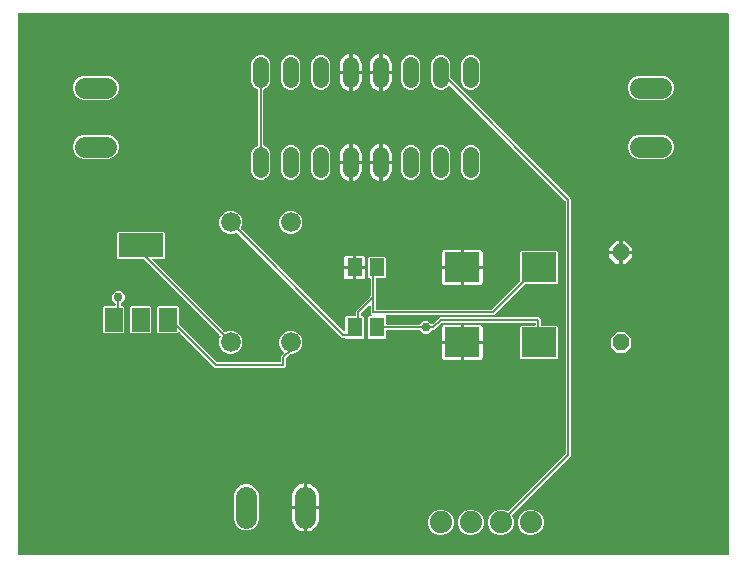
<source format=gbr>
G04 EAGLE Gerber RS-274X export*
G75*
%MOMM*%
%FSLAX34Y34*%
%LPD*%
%INTop Copper*%
%IPPOS*%
%AMOC8*
5,1,8,0,0,1.08239X$1,22.5*%
G01*
%ADD10P,1.539592X8X112.500000*%
%ADD11R,2.900000X2.500000*%
%ADD12C,1.676400*%
%ADD13C,1.320800*%
%ADD14R,1.500000X2.000000*%
%ADD15R,3.800000X2.000000*%
%ADD16C,1.879600*%
%ADD17R,1.300000X1.600000*%
%ADD18R,1.300000X1.500000*%
%ADD19C,1.790700*%
%ADD20C,0.152400*%
%ADD21C,0.756400*%

G36*
X611198Y10164D02*
X611198Y10164D01*
X611217Y10162D01*
X611319Y10184D01*
X611421Y10200D01*
X611438Y10210D01*
X611458Y10214D01*
X611547Y10267D01*
X611638Y10316D01*
X611652Y10330D01*
X611669Y10340D01*
X611736Y10419D01*
X611808Y10494D01*
X611816Y10512D01*
X611829Y10527D01*
X611868Y10623D01*
X611911Y10717D01*
X611913Y10737D01*
X611921Y10755D01*
X611939Y10922D01*
X611939Y468378D01*
X611936Y468398D01*
X611938Y468417D01*
X611916Y468519D01*
X611900Y468621D01*
X611890Y468638D01*
X611886Y468658D01*
X611833Y468747D01*
X611784Y468838D01*
X611770Y468852D01*
X611760Y468869D01*
X611681Y468936D01*
X611606Y469008D01*
X611588Y469016D01*
X611573Y469029D01*
X611477Y469068D01*
X611383Y469111D01*
X611363Y469113D01*
X611345Y469121D01*
X611178Y469139D01*
X10922Y469139D01*
X10902Y469136D01*
X10883Y469138D01*
X10781Y469116D01*
X10679Y469100D01*
X10662Y469090D01*
X10642Y469086D01*
X10553Y469033D01*
X10462Y468984D01*
X10448Y468970D01*
X10431Y468960D01*
X10364Y468881D01*
X10292Y468806D01*
X10284Y468788D01*
X10271Y468773D01*
X10232Y468677D01*
X10189Y468583D01*
X10187Y468563D01*
X10179Y468545D01*
X10161Y468378D01*
X10161Y10922D01*
X10164Y10902D01*
X10162Y10883D01*
X10184Y10781D01*
X10200Y10679D01*
X10210Y10662D01*
X10214Y10642D01*
X10267Y10553D01*
X10316Y10462D01*
X10330Y10448D01*
X10340Y10431D01*
X10419Y10364D01*
X10494Y10292D01*
X10512Y10284D01*
X10527Y10271D01*
X10623Y10232D01*
X10717Y10189D01*
X10737Y10187D01*
X10755Y10179D01*
X10922Y10161D01*
X611178Y10161D01*
X611198Y10164D01*
G37*
%LPC*%
G36*
X436468Y176475D02*
X436468Y176475D01*
X435575Y177368D01*
X435575Y203632D01*
X436468Y204525D01*
X447802Y204525D01*
X447822Y204528D01*
X447841Y204526D01*
X447943Y204548D01*
X448045Y204564D01*
X448062Y204574D01*
X448082Y204578D01*
X448171Y204631D01*
X448262Y204680D01*
X448276Y204694D01*
X448293Y204704D01*
X448360Y204783D01*
X448432Y204858D01*
X448440Y204876D01*
X448453Y204891D01*
X448492Y204987D01*
X448535Y205081D01*
X448537Y205101D01*
X448545Y205119D01*
X448563Y205286D01*
X448563Y206502D01*
X448560Y206522D01*
X448562Y206541D01*
X448540Y206643D01*
X448524Y206745D01*
X448514Y206762D01*
X448510Y206782D01*
X448457Y206871D01*
X448408Y206962D01*
X448394Y206976D01*
X448384Y206993D01*
X448305Y207060D01*
X448230Y207132D01*
X448212Y207140D01*
X448197Y207153D01*
X448101Y207192D01*
X448007Y207235D01*
X447987Y207237D01*
X447969Y207245D01*
X447802Y207263D01*
X369563Y207263D01*
X369472Y207249D01*
X369382Y207241D01*
X369352Y207229D01*
X369320Y207224D01*
X369239Y207181D01*
X369155Y207145D01*
X369123Y207119D01*
X369102Y207108D01*
X369080Y207085D01*
X369024Y207040D01*
X362897Y200913D01*
X361133Y200913D01*
X361043Y200899D01*
X360952Y200891D01*
X360923Y200879D01*
X360891Y200874D01*
X360810Y200831D01*
X360726Y200795D01*
X360694Y200769D01*
X360673Y200758D01*
X360651Y200735D01*
X360595Y200690D01*
X357798Y197893D01*
X353402Y197893D01*
X350605Y200690D01*
X350531Y200743D01*
X350461Y200803D01*
X350431Y200815D01*
X350405Y200834D01*
X350318Y200861D01*
X350233Y200895D01*
X350192Y200899D01*
X350170Y200906D01*
X350138Y200905D01*
X350067Y200913D01*
X323086Y200913D01*
X323066Y200910D01*
X323047Y200912D01*
X322945Y200890D01*
X322843Y200874D01*
X322826Y200864D01*
X322806Y200860D01*
X322717Y200807D01*
X322626Y200758D01*
X322612Y200744D01*
X322595Y200734D01*
X322528Y200655D01*
X322456Y200580D01*
X322448Y200562D01*
X322435Y200547D01*
X322396Y200451D01*
X322353Y200357D01*
X322351Y200337D01*
X322343Y200319D01*
X322325Y200152D01*
X322325Y194568D01*
X321432Y193675D01*
X307168Y193675D01*
X306275Y194568D01*
X306275Y211832D01*
X307168Y212725D01*
X309254Y212725D01*
X309324Y212736D01*
X309396Y212738D01*
X309445Y212756D01*
X309496Y212764D01*
X309560Y212798D01*
X309627Y212823D01*
X309668Y212855D01*
X309714Y212880D01*
X309763Y212932D01*
X309819Y212976D01*
X309847Y213020D01*
X309883Y213058D01*
X309913Y213123D01*
X309952Y213183D01*
X309965Y213234D01*
X309987Y213281D01*
X309995Y213352D01*
X310012Y213422D01*
X310008Y213474D01*
X310014Y213525D01*
X309999Y213596D01*
X309993Y213667D01*
X309973Y213715D01*
X309962Y213766D01*
X309925Y213827D01*
X309897Y213893D01*
X309852Y213949D01*
X309835Y213977D01*
X309818Y213992D01*
X309792Y214024D01*
X308863Y214953D01*
X308863Y221242D01*
X308852Y221312D01*
X308850Y221384D01*
X308832Y221433D01*
X308824Y221484D01*
X308790Y221548D01*
X308765Y221615D01*
X308733Y221656D01*
X308708Y221702D01*
X308656Y221751D01*
X308612Y221807D01*
X308568Y221835D01*
X308530Y221871D01*
X308465Y221901D01*
X308405Y221940D01*
X308354Y221953D01*
X308307Y221975D01*
X308236Y221983D01*
X308166Y222000D01*
X308114Y221996D01*
X308063Y222002D01*
X307992Y221987D01*
X307921Y221981D01*
X307873Y221961D01*
X307822Y221950D01*
X307761Y221913D01*
X307695Y221885D01*
X307639Y221840D01*
X307611Y221823D01*
X307596Y221806D01*
X307564Y221780D01*
X300960Y215176D01*
X300907Y215102D01*
X300847Y215032D01*
X300835Y215002D01*
X300816Y214976D01*
X300789Y214889D01*
X300755Y214804D01*
X300751Y214763D01*
X300744Y214741D01*
X300745Y214709D01*
X300737Y214637D01*
X300737Y213486D01*
X300740Y213466D01*
X300738Y213447D01*
X300760Y213345D01*
X300776Y213243D01*
X300786Y213226D01*
X300790Y213206D01*
X300843Y213117D01*
X300892Y213026D01*
X300906Y213012D01*
X300916Y212995D01*
X300995Y212928D01*
X301070Y212856D01*
X301088Y212848D01*
X301103Y212835D01*
X301199Y212796D01*
X301293Y212753D01*
X301313Y212751D01*
X301331Y212743D01*
X301498Y212725D01*
X302432Y212725D01*
X303325Y211832D01*
X303325Y194568D01*
X302432Y193675D01*
X288168Y193675D01*
X287503Y194340D01*
X287429Y194393D01*
X287360Y194453D01*
X287330Y194465D01*
X287304Y194484D01*
X287217Y194511D01*
X287132Y194545D01*
X287091Y194549D01*
X287069Y194556D01*
X287036Y194555D01*
X286965Y194563D01*
X284803Y194563D01*
X283240Y196126D01*
X196155Y283211D01*
X196061Y283278D01*
X195967Y283349D01*
X195961Y283351D01*
X195955Y283354D01*
X195845Y283389D01*
X195733Y283425D01*
X195726Y283425D01*
X195720Y283427D01*
X195604Y283424D01*
X195487Y283423D01*
X195480Y283421D01*
X195475Y283420D01*
X195457Y283414D01*
X195326Y283376D01*
X192471Y282193D01*
X188529Y282193D01*
X184888Y283701D01*
X182101Y286488D01*
X180593Y290129D01*
X180593Y294071D01*
X182101Y297712D01*
X184888Y300499D01*
X188529Y302007D01*
X192471Y302007D01*
X196112Y300499D01*
X198899Y297712D01*
X200407Y294071D01*
X200407Y290129D01*
X199224Y287274D01*
X199197Y287161D01*
X199169Y287047D01*
X199169Y287041D01*
X199168Y287035D01*
X199179Y286918D01*
X199188Y286802D01*
X199190Y286796D01*
X199191Y286790D01*
X199239Y286682D01*
X199284Y286576D01*
X199289Y286570D01*
X199291Y286565D01*
X199304Y286552D01*
X199389Y286445D01*
X285976Y199858D01*
X286034Y199816D01*
X286086Y199767D01*
X286133Y199745D01*
X286175Y199715D01*
X286244Y199694D01*
X286309Y199663D01*
X286361Y199658D01*
X286411Y199642D01*
X286482Y199644D01*
X286553Y199636D01*
X286604Y199647D01*
X286656Y199649D01*
X286724Y199673D01*
X286794Y199688D01*
X286838Y199715D01*
X286887Y199733D01*
X286943Y199778D01*
X287005Y199815D01*
X287039Y199854D01*
X287079Y199887D01*
X287118Y199947D01*
X287165Y200002D01*
X287184Y200050D01*
X287212Y200094D01*
X287230Y200163D01*
X287257Y200230D01*
X287265Y200301D01*
X287273Y200332D01*
X287271Y200356D01*
X287275Y200396D01*
X287275Y211832D01*
X288168Y212725D01*
X295402Y212725D01*
X295422Y212728D01*
X295441Y212726D01*
X295543Y212748D01*
X295645Y212764D01*
X295662Y212774D01*
X295682Y212778D01*
X295771Y212831D01*
X295862Y212880D01*
X295876Y212894D01*
X295893Y212904D01*
X295960Y212983D01*
X296032Y213058D01*
X296040Y213076D01*
X296053Y213091D01*
X296092Y213187D01*
X296135Y213281D01*
X296137Y213301D01*
X296145Y213319D01*
X296163Y213486D01*
X296163Y216847D01*
X308640Y229324D01*
X308693Y229398D01*
X308753Y229468D01*
X308765Y229498D01*
X308784Y229524D01*
X308811Y229611D01*
X308845Y229696D01*
X308849Y229737D01*
X308856Y229759D01*
X308855Y229791D01*
X308863Y229863D01*
X308863Y244214D01*
X308860Y244234D01*
X308862Y244253D01*
X308840Y244355D01*
X308824Y244457D01*
X308814Y244474D01*
X308810Y244494D01*
X308757Y244583D01*
X308708Y244674D01*
X308694Y244688D01*
X308684Y244705D01*
X308605Y244772D01*
X308530Y244844D01*
X308512Y244852D01*
X308497Y244865D01*
X308401Y244904D01*
X308307Y244947D01*
X308287Y244949D01*
X308269Y244957D01*
X308102Y244975D01*
X307168Y244975D01*
X306275Y245868D01*
X306275Y262132D01*
X307168Y263025D01*
X321432Y263025D01*
X322325Y262132D01*
X322325Y245868D01*
X321432Y244975D01*
X314198Y244975D01*
X314178Y244972D01*
X314159Y244974D01*
X314057Y244952D01*
X313955Y244936D01*
X313938Y244926D01*
X313918Y244922D01*
X313829Y244869D01*
X313738Y244820D01*
X313724Y244806D01*
X313707Y244796D01*
X313640Y244717D01*
X313568Y244642D01*
X313560Y244624D01*
X313547Y244609D01*
X313508Y244513D01*
X313465Y244419D01*
X313463Y244399D01*
X313455Y244381D01*
X313437Y244214D01*
X313437Y218948D01*
X313440Y218928D01*
X313438Y218909D01*
X313460Y218807D01*
X313476Y218705D01*
X313486Y218688D01*
X313490Y218668D01*
X313543Y218579D01*
X313592Y218488D01*
X313606Y218474D01*
X313616Y218457D01*
X313695Y218390D01*
X313770Y218318D01*
X313788Y218310D01*
X313803Y218297D01*
X313899Y218258D01*
X313993Y218215D01*
X314013Y218213D01*
X314031Y218205D01*
X314198Y218187D01*
X411487Y218187D01*
X411578Y218201D01*
X411668Y218209D01*
X411698Y218221D01*
X411730Y218226D01*
X411811Y218269D01*
X411895Y218305D01*
X411927Y218331D01*
X411948Y218342D01*
X411970Y218365D01*
X412026Y218410D01*
X435352Y241736D01*
X435405Y241810D01*
X435465Y241880D01*
X435477Y241910D01*
X435496Y241936D01*
X435523Y242023D01*
X435557Y242108D01*
X435561Y242149D01*
X435568Y242171D01*
X435567Y242203D01*
X435575Y242275D01*
X435575Y267132D01*
X436468Y268025D01*
X466732Y268025D01*
X467625Y267132D01*
X467625Y240868D01*
X466732Y239975D01*
X440375Y239975D01*
X440284Y239961D01*
X440194Y239953D01*
X440164Y239941D01*
X440132Y239936D01*
X440051Y239893D01*
X439967Y239857D01*
X439935Y239831D01*
X439914Y239820D01*
X439892Y239797D01*
X439836Y239752D01*
X413697Y213613D01*
X322381Y213613D01*
X322310Y213602D01*
X322238Y213600D01*
X322189Y213582D01*
X322138Y213574D01*
X322075Y213540D01*
X322007Y213515D01*
X321967Y213483D01*
X321921Y213458D01*
X321871Y213406D01*
X321815Y213362D01*
X321787Y213318D01*
X321751Y213280D01*
X321721Y213215D01*
X321682Y213155D01*
X321670Y213104D01*
X321648Y213057D01*
X321640Y212986D01*
X321622Y212916D01*
X321626Y212864D01*
X321621Y212813D01*
X321636Y212742D01*
X321641Y212671D01*
X321662Y212623D01*
X321673Y212572D01*
X321710Y212511D01*
X321738Y212445D01*
X321783Y212389D01*
X321799Y212361D01*
X321817Y212346D01*
X321843Y212314D01*
X322325Y211832D01*
X322325Y206248D01*
X322328Y206228D01*
X322326Y206209D01*
X322348Y206107D01*
X322364Y206005D01*
X322374Y205988D01*
X322378Y205968D01*
X322431Y205879D01*
X322480Y205788D01*
X322494Y205774D01*
X322504Y205757D01*
X322583Y205690D01*
X322658Y205618D01*
X322676Y205610D01*
X322691Y205597D01*
X322787Y205558D01*
X322881Y205515D01*
X322901Y205513D01*
X322919Y205505D01*
X323086Y205487D01*
X350067Y205487D01*
X350157Y205501D01*
X350248Y205509D01*
X350277Y205521D01*
X350309Y205526D01*
X350390Y205569D01*
X350474Y205605D01*
X350506Y205631D01*
X350527Y205642D01*
X350549Y205665D01*
X350605Y205710D01*
X353402Y208507D01*
X357798Y208507D01*
X360372Y205933D01*
X360388Y205921D01*
X360401Y205905D01*
X360488Y205849D01*
X360572Y205789D01*
X360591Y205783D01*
X360608Y205772D01*
X360708Y205747D01*
X360807Y205717D01*
X360827Y205717D01*
X360846Y205712D01*
X360949Y205720D01*
X361053Y205723D01*
X361072Y205730D01*
X361091Y205732D01*
X361186Y205772D01*
X361284Y205808D01*
X361300Y205820D01*
X361318Y205828D01*
X361449Y205933D01*
X367353Y211837D01*
X451797Y211837D01*
X453137Y210497D01*
X453137Y205286D01*
X453140Y205266D01*
X453138Y205247D01*
X453160Y205145D01*
X453176Y205043D01*
X453186Y205026D01*
X453190Y205006D01*
X453243Y204917D01*
X453292Y204826D01*
X453306Y204812D01*
X453316Y204795D01*
X453395Y204728D01*
X453470Y204656D01*
X453488Y204648D01*
X453503Y204635D01*
X453599Y204596D01*
X453693Y204553D01*
X453713Y204551D01*
X453731Y204543D01*
X453898Y204525D01*
X466732Y204525D01*
X467625Y203632D01*
X467625Y177368D01*
X466732Y176475D01*
X436468Y176475D01*
G37*
%LPD*%
%LPC*%
G36*
X416927Y27177D02*
X416927Y27177D01*
X412913Y28840D01*
X409840Y31913D01*
X408177Y35927D01*
X408177Y40273D01*
X409840Y44287D01*
X412913Y47360D01*
X416927Y49023D01*
X421273Y49023D01*
X424703Y47602D01*
X424817Y47575D01*
X424930Y47547D01*
X424937Y47547D01*
X424943Y47546D01*
X425059Y47557D01*
X425176Y47566D01*
X425181Y47568D01*
X425188Y47569D01*
X425295Y47617D01*
X425402Y47662D01*
X425408Y47667D01*
X425412Y47669D01*
X425426Y47681D01*
X425533Y47767D01*
X473740Y95974D01*
X473793Y96048D01*
X473853Y96118D01*
X473865Y96148D01*
X473884Y96174D01*
X473911Y96261D01*
X473945Y96346D01*
X473949Y96387D01*
X473956Y96409D01*
X473955Y96441D01*
X473963Y96513D01*
X473963Y309887D01*
X473949Y309978D01*
X473941Y310068D01*
X473929Y310098D01*
X473924Y310130D01*
X473881Y310211D01*
X473845Y310295D01*
X473819Y310327D01*
X473808Y310348D01*
X473785Y310370D01*
X473740Y310426D01*
X376271Y407895D01*
X376255Y407907D01*
X376243Y407922D01*
X376155Y407978D01*
X376071Y408038D01*
X376053Y408044D01*
X376036Y408055D01*
X375935Y408080D01*
X375836Y408111D01*
X375816Y408110D01*
X375797Y408115D01*
X375694Y408107D01*
X375590Y408104D01*
X375572Y408098D01*
X375552Y408096D01*
X375457Y408056D01*
X375359Y408020D01*
X375344Y408007D01*
X375326Y408000D01*
X375195Y407895D01*
X372905Y405605D01*
X369917Y404367D01*
X366683Y404367D01*
X363695Y405605D01*
X361409Y407891D01*
X360171Y410879D01*
X360171Y427321D01*
X361409Y430309D01*
X363695Y432595D01*
X366683Y433833D01*
X369917Y433833D01*
X372905Y432595D01*
X375191Y430309D01*
X376429Y427321D01*
X376429Y414521D01*
X376443Y414430D01*
X376451Y414340D01*
X376463Y414310D01*
X376468Y414278D01*
X376511Y414197D01*
X376547Y414113D01*
X376573Y414081D01*
X376584Y414060D01*
X376607Y414038D01*
X376652Y413982D01*
X478537Y312097D01*
X478537Y94303D01*
X428767Y44533D01*
X428699Y44439D01*
X428629Y44344D01*
X428627Y44338D01*
X428623Y44333D01*
X428589Y44222D01*
X428553Y44110D01*
X428553Y44104D01*
X428551Y44098D01*
X428554Y43981D01*
X428555Y43864D01*
X428557Y43857D01*
X428557Y43852D01*
X428564Y43835D01*
X428602Y43703D01*
X430023Y40273D01*
X430023Y35927D01*
X428360Y31913D01*
X425287Y28840D01*
X421273Y27177D01*
X416927Y27177D01*
G37*
%LPD*%
%LPC*%
G36*
X188529Y180593D02*
X188529Y180593D01*
X184888Y182101D01*
X182101Y184888D01*
X180593Y188529D01*
X180593Y192471D01*
X181776Y195326D01*
X181803Y195439D01*
X181831Y195553D01*
X181831Y195559D01*
X181832Y195565D01*
X181821Y195682D01*
X181812Y195798D01*
X181810Y195804D01*
X181809Y195810D01*
X181761Y195918D01*
X181716Y196024D01*
X181711Y196030D01*
X181709Y196035D01*
X181696Y196048D01*
X181611Y196155D01*
X116714Y261052D01*
X116640Y261105D01*
X116570Y261165D01*
X116540Y261177D01*
X116514Y261196D01*
X116427Y261223D01*
X116342Y261257D01*
X116301Y261261D01*
X116279Y261268D01*
X116247Y261267D01*
X116175Y261275D01*
X94668Y261275D01*
X93775Y262168D01*
X93775Y283432D01*
X94668Y284325D01*
X133932Y284325D01*
X134825Y283432D01*
X134825Y262168D01*
X133932Y261275D01*
X124796Y261275D01*
X124726Y261264D01*
X124654Y261262D01*
X124605Y261244D01*
X124554Y261236D01*
X124490Y261202D01*
X124423Y261177D01*
X124382Y261145D01*
X124336Y261120D01*
X124287Y261069D01*
X124231Y261024D01*
X124203Y260980D01*
X124167Y260942D01*
X124137Y260877D01*
X124098Y260817D01*
X124085Y260766D01*
X124063Y260719D01*
X124055Y260648D01*
X124038Y260578D01*
X124042Y260526D01*
X124036Y260475D01*
X124051Y260404D01*
X124057Y260333D01*
X124077Y260285D01*
X124088Y260234D01*
X124125Y260173D01*
X124153Y260107D01*
X124198Y260051D01*
X124215Y260023D01*
X124232Y260008D01*
X124258Y259976D01*
X184845Y199389D01*
X184939Y199322D01*
X185033Y199251D01*
X185039Y199249D01*
X185045Y199246D01*
X185155Y199211D01*
X185267Y199175D01*
X185274Y199175D01*
X185280Y199173D01*
X185396Y199176D01*
X185513Y199177D01*
X185520Y199179D01*
X185525Y199180D01*
X185543Y199186D01*
X185674Y199224D01*
X188529Y200407D01*
X192471Y200407D01*
X196112Y198899D01*
X198899Y196112D01*
X200407Y192471D01*
X200407Y188529D01*
X198899Y184888D01*
X196112Y182101D01*
X192471Y180593D01*
X188529Y180593D01*
G37*
%LPD*%
%LPC*%
G36*
X176853Y169163D02*
X176853Y169163D01*
X175290Y170726D01*
X147124Y198892D01*
X147108Y198903D01*
X147096Y198919D01*
X147008Y198975D01*
X146925Y199035D01*
X146906Y199041D01*
X146889Y199052D01*
X146788Y199077D01*
X146690Y199108D01*
X146670Y199107D01*
X146650Y199112D01*
X146547Y199104D01*
X146444Y199101D01*
X146425Y199094D01*
X146405Y199093D01*
X146310Y199052D01*
X146213Y199017D01*
X146197Y199004D01*
X146179Y198996D01*
X146048Y198892D01*
X145432Y198275D01*
X129168Y198275D01*
X128275Y199168D01*
X128275Y220432D01*
X129168Y221325D01*
X145432Y221325D01*
X146325Y220432D01*
X146325Y206474D01*
X146339Y206384D01*
X146347Y206293D01*
X146359Y206264D01*
X146364Y206232D01*
X146407Y206151D01*
X146443Y206067D01*
X146469Y206035D01*
X146480Y206014D01*
X146503Y205992D01*
X146548Y205936D01*
X178524Y173960D01*
X178598Y173907D01*
X178668Y173847D01*
X178698Y173835D01*
X178724Y173816D01*
X178811Y173789D01*
X178896Y173755D01*
X178937Y173751D01*
X178959Y173744D01*
X178991Y173745D01*
X179062Y173737D01*
X231902Y173737D01*
X231922Y173740D01*
X231941Y173738D01*
X232043Y173760D01*
X232145Y173776D01*
X232162Y173786D01*
X232182Y173790D01*
X232271Y173843D01*
X232362Y173892D01*
X232376Y173906D01*
X232393Y173916D01*
X232460Y173995D01*
X232532Y174070D01*
X232540Y174088D01*
X232553Y174103D01*
X232592Y174199D01*
X232635Y174293D01*
X232637Y174313D01*
X232645Y174331D01*
X232663Y174498D01*
X232663Y178747D01*
X235315Y181399D01*
X235326Y181415D01*
X235342Y181427D01*
X235398Y181514D01*
X235458Y181598D01*
X235464Y181617D01*
X235475Y181634D01*
X235500Y181735D01*
X235531Y181833D01*
X235530Y181853D01*
X235535Y181873D01*
X235527Y181976D01*
X235524Y182079D01*
X235517Y182098D01*
X235516Y182118D01*
X235475Y182213D01*
X235440Y182310D01*
X235427Y182326D01*
X235419Y182344D01*
X235315Y182475D01*
X232901Y184888D01*
X231393Y188529D01*
X231393Y192471D01*
X232901Y196112D01*
X235688Y198899D01*
X239329Y200407D01*
X243271Y200407D01*
X246912Y198899D01*
X249699Y196112D01*
X251207Y192471D01*
X251207Y188529D01*
X249699Y184888D01*
X246912Y182101D01*
X243271Y180593D01*
X241292Y180593D01*
X241202Y180579D01*
X241111Y180571D01*
X241082Y180559D01*
X241050Y180554D01*
X240969Y180511D01*
X240885Y180475D01*
X240853Y180449D01*
X240832Y180438D01*
X240810Y180415D01*
X240754Y180370D01*
X237460Y177076D01*
X237407Y177002D01*
X237347Y176932D01*
X237335Y176902D01*
X237316Y176876D01*
X237289Y176789D01*
X237255Y176704D01*
X237251Y176663D01*
X237244Y176641D01*
X237245Y176609D01*
X237237Y176537D01*
X237237Y170503D01*
X235897Y169163D01*
X176853Y169163D01*
G37*
%LPD*%
%LPC*%
G36*
X214283Y328167D02*
X214283Y328167D01*
X211295Y329405D01*
X209009Y331691D01*
X207771Y334679D01*
X207771Y351121D01*
X209009Y354109D01*
X211295Y356395D01*
X213143Y357161D01*
X213243Y357223D01*
X213343Y357282D01*
X213347Y357287D01*
X213352Y357290D01*
X213427Y357381D01*
X213503Y357469D01*
X213505Y357475D01*
X213509Y357480D01*
X213551Y357588D01*
X213595Y357697D01*
X213596Y357705D01*
X213597Y357709D01*
X213598Y357728D01*
X213613Y357864D01*
X213613Y404136D01*
X213594Y404251D01*
X213577Y404367D01*
X213575Y404373D01*
X213574Y404379D01*
X213519Y404481D01*
X213466Y404586D01*
X213461Y404591D01*
X213458Y404596D01*
X213374Y404676D01*
X213290Y404759D01*
X213284Y404762D01*
X213280Y404766D01*
X213263Y404773D01*
X213143Y404839D01*
X211295Y405605D01*
X209009Y407891D01*
X207771Y410879D01*
X207771Y427321D01*
X209009Y430309D01*
X211295Y432595D01*
X214283Y433833D01*
X217517Y433833D01*
X220505Y432595D01*
X222791Y430309D01*
X224029Y427321D01*
X224029Y410879D01*
X222791Y407891D01*
X220505Y405605D01*
X218657Y404839D01*
X218557Y404777D01*
X218457Y404718D01*
X218453Y404713D01*
X218448Y404710D01*
X218373Y404619D01*
X218297Y404531D01*
X218295Y404525D01*
X218291Y404520D01*
X218249Y404412D01*
X218205Y404303D01*
X218204Y404295D01*
X218203Y404291D01*
X218202Y404272D01*
X218187Y404136D01*
X218187Y357864D01*
X218206Y357749D01*
X218223Y357633D01*
X218225Y357627D01*
X218226Y357621D01*
X218281Y357518D01*
X218334Y357414D01*
X218339Y357409D01*
X218342Y357404D01*
X218426Y357324D01*
X218510Y357241D01*
X218516Y357238D01*
X218520Y357234D01*
X218537Y357227D01*
X218657Y357161D01*
X220505Y356395D01*
X222791Y354109D01*
X224029Y351121D01*
X224029Y334679D01*
X222791Y331691D01*
X220505Y329405D01*
X217517Y328167D01*
X214283Y328167D01*
G37*
%LPD*%
%LPC*%
G36*
X65162Y395522D02*
X65162Y395522D01*
X61311Y397117D01*
X58363Y400065D01*
X56768Y403916D01*
X56768Y408084D01*
X58363Y411935D01*
X61311Y414883D01*
X65162Y416478D01*
X87238Y416478D01*
X91089Y414883D01*
X94037Y411935D01*
X95632Y408084D01*
X95632Y403916D01*
X94037Y400065D01*
X91089Y397117D01*
X87238Y395522D01*
X65162Y395522D01*
G37*
%LPD*%
%LPC*%
G36*
X535062Y395522D02*
X535062Y395522D01*
X531211Y397117D01*
X528263Y400065D01*
X526668Y403916D01*
X526668Y408084D01*
X528263Y411935D01*
X531211Y414883D01*
X535062Y416478D01*
X557138Y416478D01*
X560989Y414883D01*
X563937Y411935D01*
X565532Y408084D01*
X565532Y403916D01*
X563937Y400065D01*
X560989Y397117D01*
X557138Y395522D01*
X535062Y395522D01*
G37*
%LPD*%
%LPC*%
G36*
X535062Y345522D02*
X535062Y345522D01*
X531211Y347117D01*
X528263Y350065D01*
X526668Y353916D01*
X526668Y358084D01*
X528263Y361935D01*
X531211Y364883D01*
X535062Y366478D01*
X557138Y366478D01*
X560989Y364883D01*
X563937Y361935D01*
X565532Y358084D01*
X565532Y353916D01*
X563937Y350065D01*
X560989Y347117D01*
X557138Y345522D01*
X535062Y345522D01*
G37*
%LPD*%
%LPC*%
G36*
X65162Y345522D02*
X65162Y345522D01*
X61311Y347117D01*
X58363Y350065D01*
X56768Y353916D01*
X56768Y358084D01*
X58363Y361935D01*
X61311Y364883D01*
X65162Y366478D01*
X87238Y366478D01*
X91089Y364883D01*
X94037Y361935D01*
X95632Y358084D01*
X95632Y353916D01*
X94037Y350065D01*
X91089Y347117D01*
X87238Y345522D01*
X65162Y345522D01*
G37*
%LPD*%
%LPC*%
G36*
X201516Y31368D02*
X201516Y31368D01*
X197665Y32963D01*
X194717Y35911D01*
X193122Y39762D01*
X193122Y61838D01*
X194717Y65689D01*
X197665Y68637D01*
X201516Y70232D01*
X205684Y70232D01*
X209535Y68637D01*
X212483Y65689D01*
X214078Y61838D01*
X214078Y39762D01*
X212483Y35911D01*
X209535Y32963D01*
X205684Y31368D01*
X201516Y31368D01*
G37*
%LPD*%
%LPC*%
G36*
X83168Y198275D02*
X83168Y198275D01*
X82275Y199168D01*
X82275Y220432D01*
X83168Y221325D01*
X92202Y221325D01*
X92222Y221328D01*
X92241Y221326D01*
X92343Y221348D01*
X92445Y221364D01*
X92462Y221374D01*
X92482Y221378D01*
X92571Y221431D01*
X92662Y221480D01*
X92676Y221494D01*
X92693Y221504D01*
X92760Y221583D01*
X92832Y221658D01*
X92840Y221676D01*
X92853Y221691D01*
X92892Y221787D01*
X92935Y221881D01*
X92937Y221901D01*
X92945Y221919D01*
X92963Y222086D01*
X92963Y223067D01*
X92949Y223157D01*
X92941Y223248D01*
X92929Y223277D01*
X92924Y223309D01*
X92881Y223390D01*
X92845Y223474D01*
X92819Y223506D01*
X92808Y223527D01*
X92785Y223549D01*
X92740Y223605D01*
X89943Y226402D01*
X89943Y230798D01*
X93052Y233907D01*
X97448Y233907D01*
X100557Y230798D01*
X100557Y226402D01*
X97760Y223605D01*
X97707Y223531D01*
X97647Y223461D01*
X97635Y223431D01*
X97616Y223405D01*
X97589Y223318D01*
X97555Y223233D01*
X97551Y223192D01*
X97544Y223170D01*
X97545Y223138D01*
X97537Y223067D01*
X97537Y222086D01*
X97540Y222066D01*
X97538Y222047D01*
X97560Y221945D01*
X97576Y221843D01*
X97586Y221826D01*
X97590Y221806D01*
X97643Y221717D01*
X97692Y221626D01*
X97706Y221612D01*
X97716Y221595D01*
X97795Y221528D01*
X97870Y221456D01*
X97888Y221448D01*
X97903Y221435D01*
X97999Y221396D01*
X98093Y221353D01*
X98113Y221351D01*
X98131Y221343D01*
X98298Y221325D01*
X99432Y221325D01*
X100325Y220432D01*
X100325Y199168D01*
X99432Y198275D01*
X83168Y198275D01*
G37*
%LPD*%
%LPC*%
G36*
X341283Y328167D02*
X341283Y328167D01*
X338295Y329405D01*
X336009Y331691D01*
X334771Y334679D01*
X334771Y351121D01*
X336009Y354109D01*
X338295Y356395D01*
X341283Y357633D01*
X344517Y357633D01*
X347505Y356395D01*
X349791Y354109D01*
X351029Y351121D01*
X351029Y334679D01*
X349791Y331691D01*
X347505Y329405D01*
X344517Y328167D01*
X341283Y328167D01*
G37*
%LPD*%
%LPC*%
G36*
X265083Y328167D02*
X265083Y328167D01*
X262095Y329405D01*
X259809Y331691D01*
X258571Y334679D01*
X258571Y351121D01*
X259809Y354109D01*
X262095Y356395D01*
X265083Y357633D01*
X268317Y357633D01*
X271305Y356395D01*
X273591Y354109D01*
X274829Y351121D01*
X274829Y334679D01*
X273591Y331691D01*
X271305Y329405D01*
X268317Y328167D01*
X265083Y328167D01*
G37*
%LPD*%
%LPC*%
G36*
X239683Y328167D02*
X239683Y328167D01*
X236695Y329405D01*
X234409Y331691D01*
X233171Y334679D01*
X233171Y351121D01*
X234409Y354109D01*
X236695Y356395D01*
X239683Y357633D01*
X242917Y357633D01*
X245905Y356395D01*
X248191Y354109D01*
X249429Y351121D01*
X249429Y334679D01*
X248191Y331691D01*
X245905Y329405D01*
X242917Y328167D01*
X239683Y328167D01*
G37*
%LPD*%
%LPC*%
G36*
X392083Y328167D02*
X392083Y328167D01*
X389095Y329405D01*
X386809Y331691D01*
X385571Y334679D01*
X385571Y351121D01*
X386809Y354109D01*
X389095Y356395D01*
X392083Y357633D01*
X395317Y357633D01*
X398305Y356395D01*
X400591Y354109D01*
X401829Y351121D01*
X401829Y334679D01*
X400591Y331691D01*
X398305Y329405D01*
X395317Y328167D01*
X392083Y328167D01*
G37*
%LPD*%
%LPC*%
G36*
X341283Y404367D02*
X341283Y404367D01*
X338295Y405605D01*
X336009Y407891D01*
X334771Y410879D01*
X334771Y427321D01*
X336009Y430309D01*
X338295Y432595D01*
X341283Y433833D01*
X344517Y433833D01*
X347505Y432595D01*
X349791Y430309D01*
X351029Y427321D01*
X351029Y410879D01*
X349791Y407891D01*
X347505Y405605D01*
X344517Y404367D01*
X341283Y404367D01*
G37*
%LPD*%
%LPC*%
G36*
X392083Y404367D02*
X392083Y404367D01*
X389095Y405605D01*
X386809Y407891D01*
X385571Y410879D01*
X385571Y427321D01*
X386809Y430309D01*
X389095Y432595D01*
X392083Y433833D01*
X395317Y433833D01*
X398305Y432595D01*
X400591Y430309D01*
X401829Y427321D01*
X401829Y410879D01*
X400591Y407891D01*
X398305Y405605D01*
X395317Y404367D01*
X392083Y404367D01*
G37*
%LPD*%
%LPC*%
G36*
X239683Y404367D02*
X239683Y404367D01*
X236695Y405605D01*
X234409Y407891D01*
X233171Y410879D01*
X233171Y427321D01*
X234409Y430309D01*
X236695Y432595D01*
X239683Y433833D01*
X242917Y433833D01*
X245905Y432595D01*
X248191Y430309D01*
X249429Y427321D01*
X249429Y410879D01*
X248191Y407891D01*
X245905Y405605D01*
X242917Y404367D01*
X239683Y404367D01*
G37*
%LPD*%
%LPC*%
G36*
X366683Y328167D02*
X366683Y328167D01*
X363695Y329405D01*
X361409Y331691D01*
X360171Y334679D01*
X360171Y351121D01*
X361409Y354109D01*
X363695Y356395D01*
X366683Y357633D01*
X369917Y357633D01*
X372905Y356395D01*
X375191Y354109D01*
X376429Y351121D01*
X376429Y334679D01*
X375191Y331691D01*
X372905Y329405D01*
X369917Y328167D01*
X366683Y328167D01*
G37*
%LPD*%
%LPC*%
G36*
X265083Y404367D02*
X265083Y404367D01*
X262095Y405605D01*
X259809Y407891D01*
X258571Y410879D01*
X258571Y427321D01*
X259809Y430309D01*
X262095Y432595D01*
X265083Y433833D01*
X268317Y433833D01*
X271305Y432595D01*
X273591Y430309D01*
X274829Y427321D01*
X274829Y410879D01*
X273591Y407891D01*
X271305Y405605D01*
X268317Y404367D01*
X265083Y404367D01*
G37*
%LPD*%
%LPC*%
G36*
X106168Y198275D02*
X106168Y198275D01*
X105275Y199168D01*
X105275Y220432D01*
X106168Y221325D01*
X122432Y221325D01*
X123325Y220432D01*
X123325Y199168D01*
X122432Y198275D01*
X106168Y198275D01*
G37*
%LPD*%
%LPC*%
G36*
X391527Y27177D02*
X391527Y27177D01*
X387513Y28840D01*
X384440Y31913D01*
X382777Y35927D01*
X382777Y40273D01*
X384440Y44287D01*
X387513Y47360D01*
X391527Y49023D01*
X395873Y49023D01*
X399887Y47360D01*
X402960Y44287D01*
X404623Y40273D01*
X404623Y35927D01*
X402960Y31913D01*
X399887Y28840D01*
X395873Y27177D01*
X391527Y27177D01*
G37*
%LPD*%
%LPC*%
G36*
X442327Y27177D02*
X442327Y27177D01*
X438313Y28840D01*
X435240Y31913D01*
X433577Y35927D01*
X433577Y40273D01*
X435240Y44287D01*
X438313Y47360D01*
X442327Y49023D01*
X446673Y49023D01*
X450687Y47360D01*
X453760Y44287D01*
X455423Y40273D01*
X455423Y35927D01*
X453760Y31913D01*
X450687Y28840D01*
X446673Y27177D01*
X442327Y27177D01*
G37*
%LPD*%
%LPC*%
G36*
X366127Y27177D02*
X366127Y27177D01*
X362113Y28840D01*
X359040Y31913D01*
X357377Y35927D01*
X357377Y40273D01*
X359040Y44287D01*
X362113Y47360D01*
X366127Y49023D01*
X370473Y49023D01*
X374487Y47360D01*
X377560Y44287D01*
X379223Y40273D01*
X379223Y35927D01*
X377560Y31913D01*
X374487Y28840D01*
X370473Y27177D01*
X366127Y27177D01*
G37*
%LPD*%
%LPC*%
G36*
X239329Y282193D02*
X239329Y282193D01*
X235688Y283701D01*
X232901Y286488D01*
X231393Y290129D01*
X231393Y294071D01*
X232901Y297712D01*
X235688Y300499D01*
X239329Y302007D01*
X243271Y302007D01*
X246912Y300499D01*
X249699Y297712D01*
X251207Y294071D01*
X251207Y290129D01*
X249699Y286488D01*
X246912Y283701D01*
X243271Y282193D01*
X239329Y282193D01*
G37*
%LPD*%
%LPC*%
G36*
X517123Y181863D02*
X517123Y181863D01*
X512063Y186923D01*
X512063Y194077D01*
X517123Y199137D01*
X524277Y199137D01*
X529337Y194077D01*
X529337Y186923D01*
X524277Y181863D01*
X517123Y181863D01*
G37*
%LPD*%
%LPC*%
G36*
X388123Y255523D02*
X388123Y255523D01*
X388123Y269041D01*
X401434Y269041D01*
X402081Y268868D01*
X402660Y268533D01*
X403133Y268060D01*
X403468Y267481D01*
X403641Y266834D01*
X403641Y255523D01*
X388123Y255523D01*
G37*
%LPD*%
%LPC*%
G36*
X388123Y192023D02*
X388123Y192023D01*
X388123Y205541D01*
X401434Y205541D01*
X402081Y205368D01*
X402660Y205033D01*
X403133Y204560D01*
X403468Y203981D01*
X403641Y203334D01*
X403641Y192023D01*
X388123Y192023D01*
G37*
%LPD*%
%LPC*%
G36*
X369559Y255523D02*
X369559Y255523D01*
X369559Y266834D01*
X369732Y267481D01*
X370067Y268060D01*
X370540Y268533D01*
X371119Y268868D01*
X371766Y269041D01*
X385077Y269041D01*
X385077Y255523D01*
X369559Y255523D01*
G37*
%LPD*%
%LPC*%
G36*
X369559Y192023D02*
X369559Y192023D01*
X369559Y203334D01*
X369732Y203981D01*
X370067Y204560D01*
X370540Y205033D01*
X371119Y205368D01*
X371766Y205541D01*
X385077Y205541D01*
X385077Y192023D01*
X369559Y192023D01*
G37*
%LPD*%
%LPC*%
G36*
X388123Y238959D02*
X388123Y238959D01*
X388123Y252477D01*
X403641Y252477D01*
X403641Y241166D01*
X403468Y240519D01*
X403133Y239940D01*
X402660Y239467D01*
X402081Y239132D01*
X401434Y238959D01*
X388123Y238959D01*
G37*
%LPD*%
%LPC*%
G36*
X388123Y175459D02*
X388123Y175459D01*
X388123Y188977D01*
X403641Y188977D01*
X403641Y177666D01*
X403468Y177019D01*
X403133Y176440D01*
X402660Y175967D01*
X402081Y175632D01*
X401434Y175459D01*
X388123Y175459D01*
G37*
%LPD*%
%LPC*%
G36*
X371766Y175459D02*
X371766Y175459D01*
X371119Y175632D01*
X370540Y175967D01*
X370067Y176440D01*
X369732Y177019D01*
X369559Y177666D01*
X369559Y188977D01*
X385077Y188977D01*
X385077Y175459D01*
X371766Y175459D01*
G37*
%LPD*%
%LPC*%
G36*
X371766Y238959D02*
X371766Y238959D01*
X371119Y239132D01*
X370540Y239467D01*
X370067Y239940D01*
X369732Y240519D01*
X369559Y241166D01*
X369559Y252477D01*
X385077Y252477D01*
X385077Y238959D01*
X371766Y238959D01*
G37*
%LPD*%
%LPC*%
G36*
X255123Y52323D02*
X255123Y52323D01*
X255123Y71150D01*
X256292Y70965D01*
X258012Y70406D01*
X259624Y69584D01*
X261088Y68521D01*
X262367Y67242D01*
X263431Y65778D01*
X264252Y64166D01*
X264811Y62445D01*
X265094Y60658D01*
X265094Y52323D01*
X255123Y52323D01*
G37*
%LPD*%
%LPC*%
G36*
X255123Y49277D02*
X255123Y49277D01*
X265094Y49277D01*
X265094Y40942D01*
X264811Y39155D01*
X264252Y37434D01*
X263431Y35822D01*
X262367Y34358D01*
X261088Y33079D01*
X259624Y32016D01*
X258012Y31194D01*
X256292Y30635D01*
X255123Y30450D01*
X255123Y49277D01*
G37*
%LPD*%
%LPC*%
G36*
X242106Y52323D02*
X242106Y52323D01*
X242106Y60658D01*
X242389Y62445D01*
X242948Y64166D01*
X243769Y65778D01*
X244833Y67242D01*
X246112Y68521D01*
X247576Y69584D01*
X249188Y70406D01*
X250908Y70965D01*
X252077Y71150D01*
X252077Y52323D01*
X242106Y52323D01*
G37*
%LPD*%
%LPC*%
G36*
X250908Y30635D02*
X250908Y30635D01*
X249188Y31194D01*
X247576Y32016D01*
X246112Y33079D01*
X244833Y34358D01*
X243769Y35822D01*
X242948Y37434D01*
X242389Y39155D01*
X242106Y40942D01*
X242106Y49277D01*
X252077Y49277D01*
X252077Y30450D01*
X250908Y30635D01*
G37*
%LPD*%
%LPC*%
G36*
X293623Y420623D02*
X293623Y420623D01*
X293623Y434725D01*
X294767Y434497D01*
X296432Y433808D01*
X297930Y432807D01*
X299203Y431534D01*
X300204Y430036D01*
X300893Y428371D01*
X301245Y426605D01*
X301245Y420623D01*
X293623Y420623D01*
G37*
%LPD*%
%LPC*%
G36*
X319023Y420623D02*
X319023Y420623D01*
X319023Y434725D01*
X320167Y434497D01*
X321832Y433808D01*
X323330Y432807D01*
X324603Y431534D01*
X325604Y430036D01*
X326293Y428371D01*
X326645Y426605D01*
X326645Y420623D01*
X319023Y420623D01*
G37*
%LPD*%
%LPC*%
G36*
X293623Y344423D02*
X293623Y344423D01*
X293623Y358525D01*
X294767Y358297D01*
X296432Y357608D01*
X297930Y356607D01*
X299203Y355334D01*
X300204Y353836D01*
X300893Y352171D01*
X301245Y350405D01*
X301245Y344423D01*
X293623Y344423D01*
G37*
%LPD*%
%LPC*%
G36*
X319023Y344423D02*
X319023Y344423D01*
X319023Y358525D01*
X320167Y358297D01*
X321832Y357608D01*
X323330Y356607D01*
X324603Y355334D01*
X325604Y353836D01*
X326293Y352171D01*
X326645Y350405D01*
X326645Y344423D01*
X319023Y344423D01*
G37*
%LPD*%
%LPC*%
G36*
X319023Y417577D02*
X319023Y417577D01*
X326645Y417577D01*
X326645Y411595D01*
X326293Y409829D01*
X325604Y408164D01*
X324603Y406666D01*
X323330Y405393D01*
X321832Y404392D01*
X320167Y403703D01*
X319023Y403475D01*
X319023Y417577D01*
G37*
%LPD*%
%LPC*%
G36*
X293623Y417577D02*
X293623Y417577D01*
X301245Y417577D01*
X301245Y411595D01*
X300893Y409829D01*
X300204Y408164D01*
X299203Y406666D01*
X297930Y405393D01*
X296432Y404392D01*
X294767Y403703D01*
X293623Y403475D01*
X293623Y417577D01*
G37*
%LPD*%
%LPC*%
G36*
X319023Y341377D02*
X319023Y341377D01*
X326645Y341377D01*
X326645Y335395D01*
X326293Y333629D01*
X325604Y331964D01*
X324603Y330466D01*
X323330Y329193D01*
X321832Y328192D01*
X320167Y327503D01*
X319023Y327275D01*
X319023Y341377D01*
G37*
%LPD*%
%LPC*%
G36*
X293623Y341377D02*
X293623Y341377D01*
X301245Y341377D01*
X301245Y335395D01*
X300893Y333629D01*
X300204Y331964D01*
X299203Y330466D01*
X297930Y329193D01*
X296432Y328192D01*
X294767Y327503D01*
X293623Y327275D01*
X293623Y341377D01*
G37*
%LPD*%
%LPC*%
G36*
X308355Y420623D02*
X308355Y420623D01*
X308355Y426605D01*
X308707Y428371D01*
X309396Y430036D01*
X310397Y431534D01*
X311670Y432807D01*
X313168Y433808D01*
X314833Y434497D01*
X315977Y434725D01*
X315977Y420623D01*
X308355Y420623D01*
G37*
%LPD*%
%LPC*%
G36*
X282955Y420623D02*
X282955Y420623D01*
X282955Y426605D01*
X283307Y428371D01*
X283996Y430036D01*
X284997Y431534D01*
X286270Y432807D01*
X287768Y433808D01*
X289433Y434497D01*
X290577Y434725D01*
X290577Y420623D01*
X282955Y420623D01*
G37*
%LPD*%
%LPC*%
G36*
X308355Y344423D02*
X308355Y344423D01*
X308355Y350405D01*
X308707Y352171D01*
X309396Y353836D01*
X310397Y355334D01*
X311670Y356607D01*
X313168Y357608D01*
X314833Y358297D01*
X315977Y358525D01*
X315977Y344423D01*
X308355Y344423D01*
G37*
%LPD*%
%LPC*%
G36*
X282955Y344423D02*
X282955Y344423D01*
X282955Y350405D01*
X283307Y352171D01*
X283996Y353836D01*
X284997Y355334D01*
X286270Y356607D01*
X287768Y357608D01*
X289433Y358297D01*
X290577Y358525D01*
X290577Y344423D01*
X282955Y344423D01*
G37*
%LPD*%
%LPC*%
G36*
X289433Y403703D02*
X289433Y403703D01*
X287768Y404392D01*
X286270Y405393D01*
X284997Y406666D01*
X283996Y408164D01*
X283307Y409829D01*
X282955Y411595D01*
X282955Y417577D01*
X290577Y417577D01*
X290577Y403475D01*
X289433Y403703D01*
G37*
%LPD*%
%LPC*%
G36*
X314833Y403703D02*
X314833Y403703D01*
X313168Y404392D01*
X311670Y405393D01*
X310397Y406666D01*
X309396Y408164D01*
X308707Y409829D01*
X308355Y411595D01*
X308355Y417577D01*
X315977Y417577D01*
X315977Y403475D01*
X314833Y403703D01*
G37*
%LPD*%
%LPC*%
G36*
X314833Y327503D02*
X314833Y327503D01*
X313168Y328192D01*
X311670Y329193D01*
X310397Y330466D01*
X309396Y331964D01*
X308707Y333629D01*
X308355Y335395D01*
X308355Y341377D01*
X315977Y341377D01*
X315977Y327275D01*
X314833Y327503D01*
G37*
%LPD*%
%LPC*%
G36*
X289433Y327503D02*
X289433Y327503D01*
X287768Y328192D01*
X286270Y329193D01*
X284997Y330466D01*
X283996Y331964D01*
X283307Y333629D01*
X282955Y335395D01*
X282955Y341377D01*
X290577Y341377D01*
X290577Y327275D01*
X289433Y327503D01*
G37*
%LPD*%
%LPC*%
G36*
X296823Y255523D02*
X296823Y255523D01*
X296823Y264041D01*
X302134Y264041D01*
X302781Y263868D01*
X303360Y263533D01*
X303833Y263060D01*
X304168Y262481D01*
X304341Y261834D01*
X304341Y255523D01*
X296823Y255523D01*
G37*
%LPD*%
%LPC*%
G36*
X296823Y243959D02*
X296823Y243959D01*
X296823Y252477D01*
X304341Y252477D01*
X304341Y246166D01*
X304168Y245519D01*
X303833Y244940D01*
X303360Y244467D01*
X302781Y244132D01*
X302134Y243959D01*
X296823Y243959D01*
G37*
%LPD*%
%LPC*%
G36*
X286259Y255523D02*
X286259Y255523D01*
X286259Y261834D01*
X286432Y262481D01*
X286767Y263060D01*
X287240Y263533D01*
X287819Y263868D01*
X288466Y264041D01*
X293777Y264041D01*
X293777Y255523D01*
X286259Y255523D01*
G37*
%LPD*%
%LPC*%
G36*
X288466Y243959D02*
X288466Y243959D01*
X287819Y244132D01*
X287240Y244467D01*
X286767Y244940D01*
X286432Y245519D01*
X286259Y246166D01*
X286259Y252477D01*
X293777Y252477D01*
X293777Y243959D01*
X288466Y243959D01*
G37*
%LPD*%
%LPC*%
G36*
X522223Y268223D02*
X522223Y268223D01*
X522223Y276353D01*
X524698Y276353D01*
X530353Y270698D01*
X530353Y268223D01*
X522223Y268223D01*
G37*
%LPD*%
%LPC*%
G36*
X511047Y268223D02*
X511047Y268223D01*
X511047Y270698D01*
X516702Y276353D01*
X519177Y276353D01*
X519177Y268223D01*
X511047Y268223D01*
G37*
%LPD*%
%LPC*%
G36*
X522223Y257047D02*
X522223Y257047D01*
X522223Y265177D01*
X530353Y265177D01*
X530353Y262702D01*
X524698Y257047D01*
X522223Y257047D01*
G37*
%LPD*%
%LPC*%
G36*
X516702Y257047D02*
X516702Y257047D01*
X511047Y262702D01*
X511047Y265177D01*
X519177Y265177D01*
X519177Y257047D01*
X516702Y257047D01*
G37*
%LPD*%
%LPC*%
G36*
X292099Y419099D02*
X292099Y419099D01*
X292099Y419101D01*
X292101Y419101D01*
X292101Y419099D01*
X292099Y419099D01*
G37*
%LPD*%
%LPC*%
G36*
X317499Y419099D02*
X317499Y419099D01*
X317499Y419101D01*
X317501Y419101D01*
X317501Y419099D01*
X317499Y419099D01*
G37*
%LPD*%
%LPC*%
G36*
X317499Y342899D02*
X317499Y342899D01*
X317499Y342901D01*
X317501Y342901D01*
X317501Y342899D01*
X317499Y342899D01*
G37*
%LPD*%
%LPC*%
G36*
X292099Y342899D02*
X292099Y342899D01*
X292099Y342901D01*
X292101Y342901D01*
X292101Y342899D01*
X292099Y342899D01*
G37*
%LPD*%
%LPC*%
G36*
X520699Y266699D02*
X520699Y266699D01*
X520699Y266701D01*
X520701Y266701D01*
X520701Y266699D01*
X520699Y266699D01*
G37*
%LPD*%
%LPC*%
G36*
X253599Y50799D02*
X253599Y50799D01*
X253599Y50801D01*
X253601Y50801D01*
X253601Y50799D01*
X253599Y50799D01*
G37*
%LPD*%
%LPC*%
G36*
X295299Y253999D02*
X295299Y253999D01*
X295299Y254001D01*
X295301Y254001D01*
X295301Y253999D01*
X295299Y253999D01*
G37*
%LPD*%
%LPC*%
G36*
X386599Y253999D02*
X386599Y253999D01*
X386599Y254001D01*
X386601Y254001D01*
X386601Y253999D01*
X386599Y253999D01*
G37*
%LPD*%
%LPC*%
G36*
X386599Y190499D02*
X386599Y190499D01*
X386599Y190501D01*
X386601Y190501D01*
X386601Y190499D01*
X386599Y190499D01*
G37*
%LPD*%
D10*
X520700Y190500D03*
X520700Y266700D03*
D11*
X451600Y190500D03*
X386600Y190500D03*
X451600Y254000D03*
X386600Y254000D03*
D12*
X241300Y292100D03*
X241300Y190500D03*
X190500Y292100D03*
X190500Y190500D03*
D13*
X215900Y336296D02*
X215900Y349504D01*
X241300Y349504D02*
X241300Y336296D01*
X368300Y336296D02*
X368300Y349504D01*
X393700Y349504D02*
X393700Y336296D01*
X266700Y336296D02*
X266700Y349504D01*
X292100Y349504D02*
X292100Y336296D01*
X342900Y336296D02*
X342900Y349504D01*
X317500Y349504D02*
X317500Y336296D01*
X393700Y412496D02*
X393700Y425704D01*
X368300Y425704D02*
X368300Y412496D01*
X342900Y412496D02*
X342900Y425704D01*
X317500Y425704D02*
X317500Y412496D01*
X292100Y412496D02*
X292100Y425704D01*
X266700Y425704D02*
X266700Y412496D01*
X241300Y412496D02*
X241300Y425704D01*
X215900Y425704D02*
X215900Y412496D01*
D14*
X91300Y209800D03*
X114300Y209800D03*
X137300Y209800D03*
D15*
X114300Y272800D03*
D16*
X368300Y38100D03*
X393700Y38100D03*
X419100Y38100D03*
X444500Y38100D03*
D17*
X295300Y203200D03*
X314300Y203200D03*
D18*
X295300Y254000D03*
X314300Y254000D03*
D19*
X203600Y59754D02*
X203600Y41847D01*
X253600Y41847D02*
X253600Y59754D01*
X537147Y356000D02*
X555054Y356000D01*
X555054Y406000D02*
X537147Y406000D01*
X85154Y406000D02*
X67247Y406000D01*
X67247Y356000D02*
X85154Y356000D01*
D20*
X95250Y228600D02*
X95250Y215900D01*
X91300Y209800D01*
X311150Y228600D02*
X311150Y254000D01*
X311150Y228600D02*
X298450Y215900D01*
X298450Y203200D01*
X311150Y254000D02*
X314300Y254000D01*
X298450Y203200D02*
X295300Y203200D01*
X412750Y215900D02*
X450850Y254000D01*
X412750Y215900D02*
X311150Y215900D01*
X311150Y228600D01*
X450850Y254000D02*
X451600Y254000D01*
X285750Y196850D02*
X190500Y292100D01*
X285750Y196850D02*
X292100Y196850D01*
X292100Y203200D01*
X295300Y203200D01*
D21*
X95250Y228600D03*
D20*
X114300Y266700D02*
X190500Y190500D01*
X114300Y266700D02*
X114300Y272800D01*
X355600Y203200D02*
X361950Y203200D01*
X355600Y203200D02*
X314300Y203200D01*
X361950Y203200D02*
X368300Y209550D01*
X450850Y209550D01*
X450850Y190500D01*
X451600Y190500D01*
X215900Y342900D02*
X215900Y419100D01*
D21*
X355600Y203200D03*
D20*
X177800Y171450D02*
X139700Y209550D01*
X177800Y171450D02*
X234950Y171450D01*
X234950Y177800D01*
X241300Y184150D01*
X241300Y190500D01*
X139700Y209550D02*
X137300Y209800D01*
X368300Y419100D02*
X476250Y311150D01*
X476250Y95250D01*
X419100Y38100D01*
M02*

</source>
